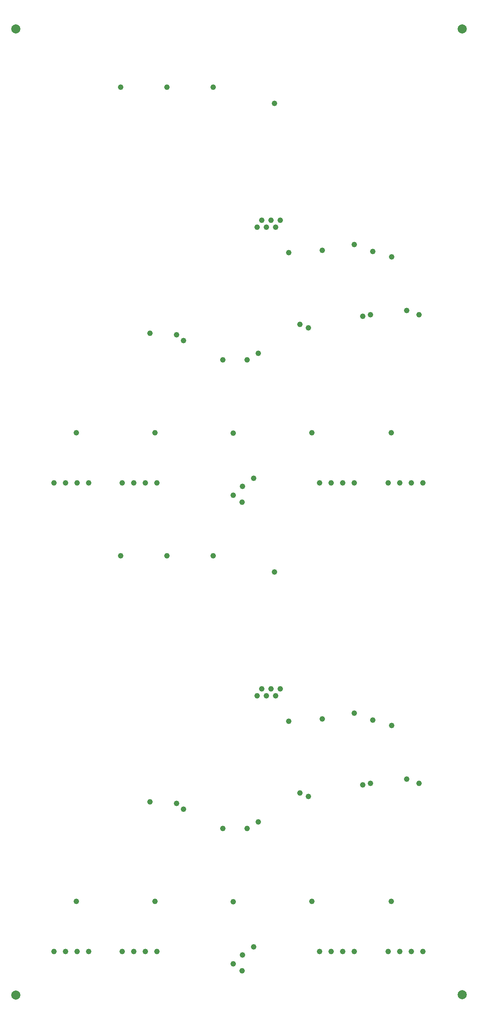
<source format=gbp>
G04 Layer_Color=128*
%FSLAX23Y23*%
%MOIN*%
G70*
G01*
G75*
G04:AMPARAMS|DCode=11|XSize=79mil|YSize=79mil|CornerRadius=39mil|HoleSize=0mil|Usage=FLASHONLY|Rotation=90.000|XOffset=0mil|YOffset=0mil|HoleType=Round|Shape=RoundedRectangle|*
%AMROUNDEDRECTD11*
21,1,0.079,0.000,0,0,90.0*
21,1,0.000,0.079,0,0,90.0*
1,1,0.079,0.000,0.000*
1,1,0.079,0.000,0.000*
1,1,0.079,0.000,0.000*
1,1,0.079,0.000,0.000*
%
%ADD11ROUNDEDRECTD11*%
%ADD132C,0.048*%
D11*
X381Y131D02*
D03*
X4240Y134D02*
D03*
Y8482D02*
D03*
X381D02*
D03*
D132*
X2476Y1626D02*
D03*
X2171Y1571D02*
D03*
X2381D02*
D03*
X2836Y1876D02*
D03*
X3866Y1961D02*
D03*
X3445Y1960D02*
D03*
X2911Y1846D02*
D03*
X3761Y1996D02*
D03*
X3379Y1946D02*
D03*
X3631Y2461D02*
D03*
X3466Y2506D02*
D03*
X3626Y941D02*
D03*
X2586Y2776D02*
D03*
X1286Y3926D02*
D03*
X1687Y3927D02*
D03*
X2087D02*
D03*
X2616Y3786D02*
D03*
X2741Y2496D02*
D03*
X3030Y2516D02*
D03*
X1831Y1736D02*
D03*
X1541Y1801D02*
D03*
X1771Y1786D02*
D03*
X3308Y2567D02*
D03*
X2261Y936D02*
D03*
X904Y941D02*
D03*
X1582D02*
D03*
X2941D02*
D03*
X3801Y506D02*
D03*
X3206D02*
D03*
X1501D02*
D03*
X911D02*
D03*
X3901D02*
D03*
X3306D02*
D03*
X1601D02*
D03*
X1011D02*
D03*
X3701D02*
D03*
X3106D02*
D03*
X1401D02*
D03*
X811D02*
D03*
X3601D02*
D03*
X3006D02*
D03*
X1301D02*
D03*
X711D02*
D03*
X2436Y546D02*
D03*
X2261Y401D02*
D03*
X2341Y476D02*
D03*
X2336Y341D02*
D03*
X2626Y2716D02*
D03*
X2546D02*
D03*
X2506Y2776D02*
D03*
X2466Y2716D02*
D03*
X2666Y2776D02*
D03*
X2476Y5676D02*
D03*
X2171Y5621D02*
D03*
X2381D02*
D03*
X2836Y5926D02*
D03*
X3866Y6011D02*
D03*
X3445Y6010D02*
D03*
X2911Y5896D02*
D03*
X3761Y6046D02*
D03*
X3379Y5996D02*
D03*
X3631Y6511D02*
D03*
X3466Y6556D02*
D03*
X3626Y4991D02*
D03*
X2586Y6826D02*
D03*
X1286Y7976D02*
D03*
X1687Y7977D02*
D03*
X2087D02*
D03*
X2616Y7836D02*
D03*
X2741Y6546D02*
D03*
X3030Y6566D02*
D03*
X1831Y5786D02*
D03*
X1541Y5851D02*
D03*
X1771Y5836D02*
D03*
X3308Y6617D02*
D03*
X2261Y4986D02*
D03*
X904Y4991D02*
D03*
X1582D02*
D03*
X2941D02*
D03*
X3801Y4556D02*
D03*
X3206D02*
D03*
X1501D02*
D03*
X911D02*
D03*
X3901D02*
D03*
X3306D02*
D03*
X1601D02*
D03*
X1011D02*
D03*
X3701D02*
D03*
X3106D02*
D03*
X1401D02*
D03*
X811D02*
D03*
X3601D02*
D03*
X3006D02*
D03*
X1301D02*
D03*
X711D02*
D03*
X2436Y4596D02*
D03*
X2261Y4451D02*
D03*
X2341Y4526D02*
D03*
X2336Y4391D02*
D03*
X2626Y6766D02*
D03*
X2546D02*
D03*
X2506Y6826D02*
D03*
X2466Y6766D02*
D03*
X2666Y6826D02*
D03*
M02*

</source>
